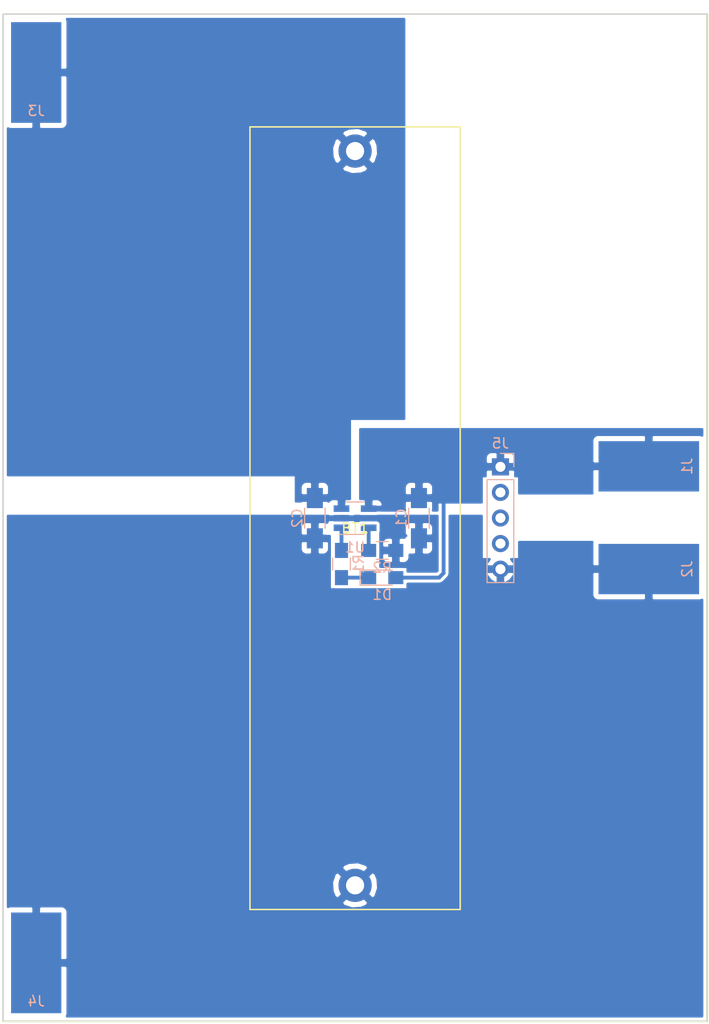
<source format=kicad_pcb>
(kicad_pcb (version 4) (host pcbnew 4.0.7)

  (general
    (links 17)
    (no_connects 0)
    (area 120.3 55.175 190.800001 157.000001)
    (thickness 1.6)
    (drawings 6)
    (tracks 9)
    (zones 0)
    (modules 12)
    (nets 10)
  )

  (page A4)
  (layers
    (0 F.Cu signal)
    (31 B.Cu signal)
    (32 B.Adhes user)
    (33 F.Adhes user)
    (34 B.Paste user)
    (35 F.Paste user)
    (36 B.SilkS user)
    (37 F.SilkS user)
    (38 B.Mask user)
    (39 F.Mask user)
    (40 Dwgs.User user)
    (41 Cmts.User user)
    (42 Eco1.User user)
    (43 Eco2.User user)
    (44 Edge.Cuts user)
    (45 Margin user)
    (46 B.CrtYd user)
    (47 F.CrtYd user)
    (48 B.Fab user)
    (49 F.Fab user)
  )

  (setup
    (last_trace_width 0.381)
    (user_trace_width 0.381)
    (trace_clearance 0.2)
    (zone_clearance 0.3)
    (zone_45_only yes)
    (trace_min 0.2)
    (segment_width 0.2)
    (edge_width 0.15)
    (via_size 0.6)
    (via_drill 0.4)
    (via_min_size 0.4)
    (via_min_drill 0.3)
    (user_via 1.8 0.9)
    (uvia_size 0.3)
    (uvia_drill 0.1)
    (uvias_allowed no)
    (uvia_min_size 0.2)
    (uvia_min_drill 0.1)
    (pcb_text_width 0.3)
    (pcb_text_size 1.5 1.5)
    (mod_edge_width 0.15)
    (mod_text_size 1 1)
    (mod_text_width 0.15)
    (pad_size 1.524 1.524)
    (pad_drill 0.762)
    (pad_to_mask_clearance 0.2)
    (aux_axis_origin 0 0)
    (visible_elements FFFFFF7F)
    (pcbplotparams
      (layerselection 0x00030_80000001)
      (usegerberextensions false)
      (excludeedgelayer true)
      (linewidth 0.100000)
      (plotframeref false)
      (viasonmask false)
      (mode 1)
      (useauxorigin false)
      (hpglpennumber 1)
      (hpglpenspeed 20)
      (hpglpendiameter 15)
      (hpglpenoverlay 2)
      (psnegative false)
      (psa4output false)
      (plotreference true)
      (plotvalue true)
      (plotinvisibletext false)
      (padsonsilk false)
      (subtractmaskfromsilk false)
      (outputformat 1)
      (mirror false)
      (drillshape 1)
      (scaleselection 1)
      (outputdirectory images/))
  )

  (net 0 "")
  (net 1 "Net-(BT1-Pad1)")
  (net 2 GND)
  (net 3 "Net-(C1-Pad1)")
  (net 4 "Net-(D1-Pad1)")
  (net 5 "Net-(J5-Pad2)")
  (net 6 "Net-(J5-Pad3)")
  (net 7 "Net-(J5-Pad4)")
  (net 8 "Net-(R1-Pad2)")
  (net 9 "Net-(R2-Pad1)")

  (net_class Default "This is the default net class."
    (clearance 0.2)
    (trace_width 0.25)
    (via_dia 0.6)
    (via_drill 0.4)
    (uvia_dia 0.3)
    (uvia_drill 0.1)
    (add_net GND)
    (add_net "Net-(BT1-Pad1)")
    (add_net "Net-(C1-Pad1)")
    (add_net "Net-(D1-Pad1)")
    (add_net "Net-(J5-Pad2)")
    (add_net "Net-(J5-Pad3)")
    (add_net "Net-(J5-Pad4)")
    (add_net "Net-(R1-Pad2)")
    (add_net "Net-(R2-Pad1)")
  )

  (module lib_fp:18650_battery_holder_PCB_Pins (layer F.Cu) (tedit 5A6DD323) (tstamp 5A6DD3E7)
    (at 155.6 106.75)
    (path /5A6DD357)
    (fp_text reference BT1 (at 0 1) (layer F.SilkS)
      (effects (font (size 1 1) (thickness 0.15)))
    )
    (fp_text value 18650 (at 0 -1) (layer F.Fab)
      (effects (font (size 1 1) (thickness 0.15)))
    )
    (fp_line (start -10.45 -38.85) (end -10.45 38.85) (layer F.SilkS) (width 0.15))
    (fp_line (start 10.45 38.85) (end 10.45 -38.85) (layer F.SilkS) (width 0.15))
    (fp_line (start -10.45 38.85) (end 10.45 38.85) (layer F.SilkS) (width 0.15))
    (fp_line (start -10.45 -38.85) (end 10.45 -38.85) (layer F.SilkS) (width 0.15))
    (pad 1 thru_hole circle (at 0 -36.45) (size 3.3 3.3) (drill 1.8) (layers *.Cu *.Mask)
      (net 1 "Net-(BT1-Pad1)"))
    (pad 2 thru_hole circle (at 0 36.45) (size 3.3 3.3) (drill 1.8) (layers *.Cu *.Mask)
      (net 2 GND))
  )

  (module Capacitors_SMD:C_1206_HandSoldering (layer B.Cu) (tedit 58AA84D1) (tstamp 5A6DD3ED)
    (at 161.95 106.75 270)
    (descr "Capacitor SMD 1206, hand soldering")
    (tags "capacitor 1206")
    (path /5A67D6E5)
    (attr smd)
    (fp_text reference C1 (at 0 1.75 270) (layer B.SilkS)
      (effects (font (size 1 1) (thickness 0.15)) (justify mirror))
    )
    (fp_text value 4.7uF (at 0 -2 270) (layer B.Fab)
      (effects (font (size 1 1) (thickness 0.15)) (justify mirror))
    )
    (fp_text user %R (at 0 1.75 270) (layer B.Fab)
      (effects (font (size 1 1) (thickness 0.15)) (justify mirror))
    )
    (fp_line (start -1.6 -0.8) (end -1.6 0.8) (layer B.Fab) (width 0.1))
    (fp_line (start 1.6 -0.8) (end -1.6 -0.8) (layer B.Fab) (width 0.1))
    (fp_line (start 1.6 0.8) (end 1.6 -0.8) (layer B.Fab) (width 0.1))
    (fp_line (start -1.6 0.8) (end 1.6 0.8) (layer B.Fab) (width 0.1))
    (fp_line (start 1 1.02) (end -1 1.02) (layer B.SilkS) (width 0.12))
    (fp_line (start -1 -1.02) (end 1 -1.02) (layer B.SilkS) (width 0.12))
    (fp_line (start -3.25 1.05) (end 3.25 1.05) (layer B.CrtYd) (width 0.05))
    (fp_line (start -3.25 1.05) (end -3.25 -1.05) (layer B.CrtYd) (width 0.05))
    (fp_line (start 3.25 -1.05) (end 3.25 1.05) (layer B.CrtYd) (width 0.05))
    (fp_line (start 3.25 -1.05) (end -3.25 -1.05) (layer B.CrtYd) (width 0.05))
    (pad 1 smd rect (at -2 0 270) (size 2 1.6) (layers B.Cu B.Paste B.Mask)
      (net 3 "Net-(C1-Pad1)"))
    (pad 2 smd rect (at 2 0 270) (size 2 1.6) (layers B.Cu B.Paste B.Mask)
      (net 2 GND))
    (model Capacitors_SMD.3dshapes/C_1206.wrl
      (at (xyz 0 0 0))
      (scale (xyz 1 1 1))
      (rotate (xyz 0 0 0))
    )
  )

  (module Capacitors_SMD:C_1206_HandSoldering (layer B.Cu) (tedit 58AA84D1) (tstamp 5A6DD3F3)
    (at 151.6 106.75 270)
    (descr "Capacitor SMD 1206, hand soldering")
    (tags "capacitor 1206")
    (path /5A67D6A4)
    (attr smd)
    (fp_text reference C2 (at 0 1.75 270) (layer B.SilkS)
      (effects (font (size 1 1) (thickness 0.15)) (justify mirror))
    )
    (fp_text value 4.7uF (at 0 -2 270) (layer B.Fab)
      (effects (font (size 1 1) (thickness 0.15)) (justify mirror))
    )
    (fp_text user %R (at 0 1.75 270) (layer B.Fab)
      (effects (font (size 1 1) (thickness 0.15)) (justify mirror))
    )
    (fp_line (start -1.6 -0.8) (end -1.6 0.8) (layer B.Fab) (width 0.1))
    (fp_line (start 1.6 -0.8) (end -1.6 -0.8) (layer B.Fab) (width 0.1))
    (fp_line (start 1.6 0.8) (end 1.6 -0.8) (layer B.Fab) (width 0.1))
    (fp_line (start -1.6 0.8) (end 1.6 0.8) (layer B.Fab) (width 0.1))
    (fp_line (start 1 1.02) (end -1 1.02) (layer B.SilkS) (width 0.12))
    (fp_line (start -1 -1.02) (end 1 -1.02) (layer B.SilkS) (width 0.12))
    (fp_line (start -3.25 1.05) (end 3.25 1.05) (layer B.CrtYd) (width 0.05))
    (fp_line (start -3.25 1.05) (end -3.25 -1.05) (layer B.CrtYd) (width 0.05))
    (fp_line (start 3.25 -1.05) (end 3.25 1.05) (layer B.CrtYd) (width 0.05))
    (fp_line (start 3.25 -1.05) (end -3.25 -1.05) (layer B.CrtYd) (width 0.05))
    (pad 1 smd rect (at -2 0 270) (size 2 1.6) (layers B.Cu B.Paste B.Mask)
      (net 1 "Net-(BT1-Pad1)"))
    (pad 2 smd rect (at 2 0 270) (size 2 1.6) (layers B.Cu B.Paste B.Mask)
      (net 2 GND))
    (model Capacitors_SMD.3dshapes/C_1206.wrl
      (at (xyz 0 0 0))
      (scale (xyz 1 1 1))
      (rotate (xyz 0 0 0))
    )
  )

  (module LEDs:LED_0805_HandSoldering (layer B.Cu) (tedit 595FCA25) (tstamp 5A6DD3F9)
    (at 158.3 112.65)
    (descr "Resistor SMD 0805, hand soldering")
    (tags "resistor 0805")
    (path /5A67D60D)
    (attr smd)
    (fp_text reference D1 (at 0 1.7) (layer B.SilkS)
      (effects (font (size 1 1) (thickness 0.15)) (justify mirror))
    )
    (fp_text value LED (at 0 -1.75) (layer B.Fab)
      (effects (font (size 1 1) (thickness 0.15)) (justify mirror))
    )
    (fp_line (start -0.4 0.4) (end -0.4 -0.4) (layer B.Fab) (width 0.1))
    (fp_line (start -0.4 0) (end 0.2 0.4) (layer B.Fab) (width 0.1))
    (fp_line (start 0.2 -0.4) (end -0.4 0) (layer B.Fab) (width 0.1))
    (fp_line (start 0.2 0.4) (end 0.2 -0.4) (layer B.Fab) (width 0.1))
    (fp_line (start -1 -0.62) (end -1 0.62) (layer B.Fab) (width 0.1))
    (fp_line (start 1 -0.62) (end -1 -0.62) (layer B.Fab) (width 0.1))
    (fp_line (start 1 0.62) (end 1 -0.62) (layer B.Fab) (width 0.1))
    (fp_line (start -1 0.62) (end 1 0.62) (layer B.Fab) (width 0.1))
    (fp_line (start 1 -0.75) (end -2.2 -0.75) (layer B.SilkS) (width 0.12))
    (fp_line (start -2.2 0.75) (end 1 0.75) (layer B.SilkS) (width 0.12))
    (fp_line (start -2.35 0.9) (end 2.35 0.9) (layer B.CrtYd) (width 0.05))
    (fp_line (start -2.35 0.9) (end -2.35 -0.9) (layer B.CrtYd) (width 0.05))
    (fp_line (start 2.35 -0.9) (end 2.35 0.9) (layer B.CrtYd) (width 0.05))
    (fp_line (start 2.35 -0.9) (end -2.35 -0.9) (layer B.CrtYd) (width 0.05))
    (fp_line (start -2.2 0.75) (end -2.2 -0.75) (layer B.SilkS) (width 0.12))
    (pad 1 smd rect (at -1.35 0) (size 1.5 1.3) (layers B.Cu B.Paste B.Mask)
      (net 4 "Net-(D1-Pad1)"))
    (pad 2 smd rect (at 1.35 0) (size 1.5 1.3) (layers B.Cu B.Paste B.Mask)
      (net 3 "Net-(C1-Pad1)"))
    (model ${KISYS3DMOD}/LEDs.3dshapes/LED_0805.wrl
      (at (xyz 0 0 0))
      (scale (xyz 1 1 1))
      (rotate (xyz 0 0 0))
    )
  )

  (module Wire_Pads:SolderWirePad_single_SMD_5x10mm (layer B.Cu) (tedit 5640A485) (tstamp 5A6DD3FE)
    (at 184.8 101.6 90)
    (descr "Wire Pad, Square, SMD Pad,  5mm x 10mm,")
    (tags "MesurementPoint Square SMDPad 5mmx10mm ")
    (path /5A67DA9B)
    (attr smd)
    (fp_text reference J1 (at 0 3.81 90) (layer B.SilkS)
      (effects (font (size 1 1) (thickness 0.15)) (justify mirror))
    )
    (fp_text value Vin (at 0 -6.35 90) (layer B.Fab)
      (effects (font (size 1 1) (thickness 0.15)) (justify mirror))
    )
    (fp_line (start 2.75 5.25) (end -2.75 5.25) (layer B.CrtYd) (width 0.05))
    (fp_line (start 2.75 -5.25) (end 2.75 5.25) (layer B.CrtYd) (width 0.05))
    (fp_line (start -2.75 -5.25) (end 2.75 -5.25) (layer B.CrtYd) (width 0.05))
    (fp_line (start -2.75 5.25) (end -2.75 -5.25) (layer B.CrtYd) (width 0.05))
    (pad 1 smd rect (at 0 0 90) (size 5 10) (layers B.Cu B.Paste B.Mask)
      (net 3 "Net-(C1-Pad1)"))
  )

  (module Wire_Pads:SolderWirePad_single_SMD_5x10mm (layer B.Cu) (tedit 5640A485) (tstamp 5A6DD403)
    (at 184.8 111.8 90)
    (descr "Wire Pad, Square, SMD Pad,  5mm x 10mm,")
    (tags "MesurementPoint Square SMDPad 5mmx10mm ")
    (path /5A67DAF5)
    (attr smd)
    (fp_text reference J2 (at 0 3.81 90) (layer B.SilkS)
      (effects (font (size 1 1) (thickness 0.15)) (justify mirror))
    )
    (fp_text value GND (at 0 -6.35 90) (layer B.Fab)
      (effects (font (size 1 1) (thickness 0.15)) (justify mirror))
    )
    (fp_line (start 2.75 5.25) (end -2.75 5.25) (layer B.CrtYd) (width 0.05))
    (fp_line (start 2.75 -5.25) (end 2.75 5.25) (layer B.CrtYd) (width 0.05))
    (fp_line (start -2.75 -5.25) (end 2.75 -5.25) (layer B.CrtYd) (width 0.05))
    (fp_line (start -2.75 5.25) (end -2.75 -5.25) (layer B.CrtYd) (width 0.05))
    (pad 1 smd rect (at 0 0 90) (size 5 10) (layers B.Cu B.Paste B.Mask)
      (net 2 GND))
  )

  (module Wire_Pads:SolderWirePad_single_SMD_5x10mm (layer B.Cu) (tedit 5640A485) (tstamp 5A6DD408)
    (at 123.9 62.5)
    (descr "Wire Pad, Square, SMD Pad,  5mm x 10mm,")
    (tags "MesurementPoint Square SMDPad 5mmx10mm ")
    (path /5A67DB38)
    (attr smd)
    (fp_text reference J3 (at 0 3.81) (layer B.SilkS)
      (effects (font (size 1 1) (thickness 0.15)) (justify mirror))
    )
    (fp_text value +Vbat (at 0 -6.35) (layer B.Fab)
      (effects (font (size 1 1) (thickness 0.15)) (justify mirror))
    )
    (fp_line (start 2.75 5.25) (end -2.75 5.25) (layer B.CrtYd) (width 0.05))
    (fp_line (start 2.75 -5.25) (end 2.75 5.25) (layer B.CrtYd) (width 0.05))
    (fp_line (start -2.75 -5.25) (end 2.75 -5.25) (layer B.CrtYd) (width 0.05))
    (fp_line (start -2.75 5.25) (end -2.75 -5.25) (layer B.CrtYd) (width 0.05))
    (pad 1 smd rect (at 0 0) (size 5 10) (layers B.Cu B.Paste B.Mask)
      (net 1 "Net-(BT1-Pad1)"))
  )

  (module Wire_Pads:SolderWirePad_single_SMD_5x10mm (layer B.Cu) (tedit 5640A485) (tstamp 5A6DD40D)
    (at 123.9 150.9)
    (descr "Wire Pad, Square, SMD Pad,  5mm x 10mm,")
    (tags "MesurementPoint Square SMDPad 5mmx10mm ")
    (path /5A67DC06)
    (attr smd)
    (fp_text reference J4 (at 0 3.81) (layer B.SilkS)
      (effects (font (size 1 1) (thickness 0.15)) (justify mirror))
    )
    (fp_text value -Vbat (at 0 -6.35) (layer B.Fab)
      (effects (font (size 1 1) (thickness 0.15)) (justify mirror))
    )
    (fp_line (start 2.75 5.25) (end -2.75 5.25) (layer B.CrtYd) (width 0.05))
    (fp_line (start 2.75 -5.25) (end 2.75 5.25) (layer B.CrtYd) (width 0.05))
    (fp_line (start -2.75 -5.25) (end 2.75 -5.25) (layer B.CrtYd) (width 0.05))
    (fp_line (start -2.75 5.25) (end -2.75 -5.25) (layer B.CrtYd) (width 0.05))
    (pad 1 smd rect (at 0 0) (size 5 10) (layers B.Cu B.Paste B.Mask)
      (net 2 GND))
  )

  (module Pin_Headers:Pin_Header_Straight_1x05_Pitch2.54mm (layer B.Cu) (tedit 59650532) (tstamp 5A6DD416)
    (at 170.05 101.65 180)
    (descr "Through hole straight pin header, 1x05, 2.54mm pitch, single row")
    (tags "Through hole pin header THT 1x05 2.54mm single row")
    (path /5A6DCF19)
    (fp_text reference J5 (at 0 2.33 180) (layer B.SilkS)
      (effects (font (size 1 1) (thickness 0.15)) (justify mirror))
    )
    (fp_text value "uUSB Breakout" (at 0 -12.49 180) (layer B.Fab)
      (effects (font (size 1 1) (thickness 0.15)) (justify mirror))
    )
    (fp_line (start -0.635 1.27) (end 1.27 1.27) (layer B.Fab) (width 0.1))
    (fp_line (start 1.27 1.27) (end 1.27 -11.43) (layer B.Fab) (width 0.1))
    (fp_line (start 1.27 -11.43) (end -1.27 -11.43) (layer B.Fab) (width 0.1))
    (fp_line (start -1.27 -11.43) (end -1.27 0.635) (layer B.Fab) (width 0.1))
    (fp_line (start -1.27 0.635) (end -0.635 1.27) (layer B.Fab) (width 0.1))
    (fp_line (start -1.33 -11.49) (end 1.33 -11.49) (layer B.SilkS) (width 0.12))
    (fp_line (start -1.33 -1.27) (end -1.33 -11.49) (layer B.SilkS) (width 0.12))
    (fp_line (start 1.33 -1.27) (end 1.33 -11.49) (layer B.SilkS) (width 0.12))
    (fp_line (start -1.33 -1.27) (end 1.33 -1.27) (layer B.SilkS) (width 0.12))
    (fp_line (start -1.33 0) (end -1.33 1.33) (layer B.SilkS) (width 0.12))
    (fp_line (start -1.33 1.33) (end 0 1.33) (layer B.SilkS) (width 0.12))
    (fp_line (start -1.8 1.8) (end -1.8 -11.95) (layer B.CrtYd) (width 0.05))
    (fp_line (start -1.8 -11.95) (end 1.8 -11.95) (layer B.CrtYd) (width 0.05))
    (fp_line (start 1.8 -11.95) (end 1.8 1.8) (layer B.CrtYd) (width 0.05))
    (fp_line (start 1.8 1.8) (end -1.8 1.8) (layer B.CrtYd) (width 0.05))
    (fp_text user %R (at 0 -5.08 450) (layer B.Fab)
      (effects (font (size 1 1) (thickness 0.15)) (justify mirror))
    )
    (pad 1 thru_hole rect (at 0 0 180) (size 1.7 1.7) (drill 1) (layers *.Cu *.Mask)
      (net 3 "Net-(C1-Pad1)"))
    (pad 2 thru_hole oval (at 0 -2.54 180) (size 1.7 1.7) (drill 1) (layers *.Cu *.Mask)
      (net 5 "Net-(J5-Pad2)"))
    (pad 3 thru_hole oval (at 0 -5.08 180) (size 1.7 1.7) (drill 1) (layers *.Cu *.Mask)
      (net 6 "Net-(J5-Pad3)"))
    (pad 4 thru_hole oval (at 0 -7.62 180) (size 1.7 1.7) (drill 1) (layers *.Cu *.Mask)
      (net 7 "Net-(J5-Pad4)"))
    (pad 5 thru_hole oval (at 0 -10.16 180) (size 1.7 1.7) (drill 1) (layers *.Cu *.Mask)
      (net 2 GND))
    (model ${KISYS3DMOD}/Pin_Headers.3dshapes/Pin_Header_Straight_1x05_Pitch2.54mm.wrl
      (at (xyz 0 0 0))
      (scale (xyz 1 1 1))
      (rotate (xyz 0 0 0))
    )
  )

  (module Resistors_SMD:R_0805_HandSoldering (layer B.Cu) (tedit 58E0A804) (tstamp 5A6DD41C)
    (at 154.25 111.3 90)
    (descr "Resistor SMD 0805, hand soldering")
    (tags "resistor 0805")
    (path /5A67D63C)
    (attr smd)
    (fp_text reference R1 (at 0 1.7 90) (layer B.SilkS)
      (effects (font (size 1 1) (thickness 0.15)) (justify mirror))
    )
    (fp_text value 470 (at 0 -1.75 90) (layer B.Fab)
      (effects (font (size 1 1) (thickness 0.15)) (justify mirror))
    )
    (fp_text user %R (at 0 0 90) (layer B.Fab)
      (effects (font (size 0.5 0.5) (thickness 0.075)) (justify mirror))
    )
    (fp_line (start -1 -0.62) (end -1 0.62) (layer B.Fab) (width 0.1))
    (fp_line (start 1 -0.62) (end -1 -0.62) (layer B.Fab) (width 0.1))
    (fp_line (start 1 0.62) (end 1 -0.62) (layer B.Fab) (width 0.1))
    (fp_line (start -1 0.62) (end 1 0.62) (layer B.Fab) (width 0.1))
    (fp_line (start 0.6 -0.88) (end -0.6 -0.88) (layer B.SilkS) (width 0.12))
    (fp_line (start -0.6 0.88) (end 0.6 0.88) (layer B.SilkS) (width 0.12))
    (fp_line (start -2.35 0.9) (end 2.35 0.9) (layer B.CrtYd) (width 0.05))
    (fp_line (start -2.35 0.9) (end -2.35 -0.9) (layer B.CrtYd) (width 0.05))
    (fp_line (start 2.35 -0.9) (end 2.35 0.9) (layer B.CrtYd) (width 0.05))
    (fp_line (start 2.35 -0.9) (end -2.35 -0.9) (layer B.CrtYd) (width 0.05))
    (pad 1 smd rect (at -1.35 0 90) (size 1.5 1.3) (layers B.Cu B.Paste B.Mask)
      (net 4 "Net-(D1-Pad1)"))
    (pad 2 smd rect (at 1.35 0 90) (size 1.5 1.3) (layers B.Cu B.Paste B.Mask)
      (net 8 "Net-(R1-Pad2)"))
    (model ${KISYS3DMOD}/Resistors_SMD.3dshapes/R_0805.wrl
      (at (xyz 0 0 0))
      (scale (xyz 1 1 1))
      (rotate (xyz 0 0 0))
    )
  )

  (module Resistors_SMD:R_0805_HandSoldering (layer B.Cu) (tedit 58E0A804) (tstamp 5A6DD422)
    (at 158.3 109.95)
    (descr "Resistor SMD 0805, hand soldering")
    (tags "resistor 0805")
    (path /5A67D65B)
    (attr smd)
    (fp_text reference R2 (at 0 1.7) (layer B.SilkS)
      (effects (font (size 1 1) (thickness 0.15)) (justify mirror))
    )
    (fp_text value 2K (at 0 -1.75) (layer B.Fab)
      (effects (font (size 1 1) (thickness 0.15)) (justify mirror))
    )
    (fp_text user %R (at 0 0) (layer B.Fab)
      (effects (font (size 0.5 0.5) (thickness 0.075)) (justify mirror))
    )
    (fp_line (start -1 -0.62) (end -1 0.62) (layer B.Fab) (width 0.1))
    (fp_line (start 1 -0.62) (end -1 -0.62) (layer B.Fab) (width 0.1))
    (fp_line (start 1 0.62) (end 1 -0.62) (layer B.Fab) (width 0.1))
    (fp_line (start -1 0.62) (end 1 0.62) (layer B.Fab) (width 0.1))
    (fp_line (start 0.6 -0.88) (end -0.6 -0.88) (layer B.SilkS) (width 0.12))
    (fp_line (start -0.6 0.88) (end 0.6 0.88) (layer B.SilkS) (width 0.12))
    (fp_line (start -2.35 0.9) (end 2.35 0.9) (layer B.CrtYd) (width 0.05))
    (fp_line (start -2.35 0.9) (end -2.35 -0.9) (layer B.CrtYd) (width 0.05))
    (fp_line (start 2.35 -0.9) (end 2.35 0.9) (layer B.CrtYd) (width 0.05))
    (fp_line (start 2.35 -0.9) (end -2.35 -0.9) (layer B.CrtYd) (width 0.05))
    (pad 1 smd rect (at -1.35 0) (size 1.5 1.3) (layers B.Cu B.Paste B.Mask)
      (net 9 "Net-(R2-Pad1)"))
    (pad 2 smd rect (at 1.35 0) (size 1.5 1.3) (layers B.Cu B.Paste B.Mask)
      (net 2 GND))
    (model ${KISYS3DMOD}/Resistors_SMD.3dshapes/R_0805.wrl
      (at (xyz 0 0 0))
      (scale (xyz 1 1 1))
      (rotate (xyz 0 0 0))
    )
  )

  (module TO_SOT_Packages_SMD:SOT-23-5_HandSoldering (layer B.Cu) (tedit 58CE4E7E) (tstamp 5A6DD42B)
    (at 155.6 106.75)
    (descr "5-pin SOT23 package")
    (tags "SOT-23-5 hand-soldering")
    (path /5A67D563)
    (attr smd)
    (fp_text reference U1 (at 0 2.9) (layer B.SilkS)
      (effects (font (size 1 1) (thickness 0.15)) (justify mirror))
    )
    (fp_text value MCP73831 (at 0 -2.9) (layer B.Fab)
      (effects (font (size 1 1) (thickness 0.15)) (justify mirror))
    )
    (fp_text user %R (at 0 0 270) (layer B.Fab)
      (effects (font (size 0.5 0.5) (thickness 0.075)) (justify mirror))
    )
    (fp_line (start -0.9 -1.61) (end 0.9 -1.61) (layer B.SilkS) (width 0.12))
    (fp_line (start 0.9 1.61) (end -1.55 1.61) (layer B.SilkS) (width 0.12))
    (fp_line (start -0.9 0.9) (end -0.25 1.55) (layer B.Fab) (width 0.1))
    (fp_line (start 0.9 1.55) (end -0.25 1.55) (layer B.Fab) (width 0.1))
    (fp_line (start -0.9 0.9) (end -0.9 -1.55) (layer B.Fab) (width 0.1))
    (fp_line (start 0.9 -1.55) (end -0.9 -1.55) (layer B.Fab) (width 0.1))
    (fp_line (start 0.9 1.55) (end 0.9 -1.55) (layer B.Fab) (width 0.1))
    (fp_line (start -2.38 1.8) (end 2.38 1.8) (layer B.CrtYd) (width 0.05))
    (fp_line (start -2.38 1.8) (end -2.38 -1.8) (layer B.CrtYd) (width 0.05))
    (fp_line (start 2.38 -1.8) (end 2.38 1.8) (layer B.CrtYd) (width 0.05))
    (fp_line (start 2.38 -1.8) (end -2.38 -1.8) (layer B.CrtYd) (width 0.05))
    (pad 1 smd rect (at -1.35 0.95) (size 1.56 0.65) (layers B.Cu B.Paste B.Mask)
      (net 8 "Net-(R1-Pad2)"))
    (pad 2 smd rect (at -1.35 0) (size 1.56 0.65) (layers B.Cu B.Paste B.Mask)
      (net 2 GND))
    (pad 3 smd rect (at -1.35 -0.95) (size 1.56 0.65) (layers B.Cu B.Paste B.Mask)
      (net 1 "Net-(BT1-Pad1)"))
    (pad 4 smd rect (at 1.35 -0.95) (size 1.56 0.65) (layers B.Cu B.Paste B.Mask)
      (net 3 "Net-(C1-Pad1)"))
    (pad 5 smd rect (at 1.35 0.95) (size 1.56 0.65) (layers B.Cu B.Paste B.Mask)
      (net 9 "Net-(R2-Pad1)"))
    (model ${KISYS3DMOD}/TO_SOT_Packages_SMD.3dshapes\SOT-23-5.wrl
      (at (xyz 0 0 0))
      (scale (xyz 1 1 1))
      (rotate (xyz 0 0 0))
    )
  )

  (gr_line (start 190.6 156.7) (end 120.6 156.7) (angle 90) (layer F.SilkS) (width 0.2))
  (gr_line (start 190.6 56.7) (end 190.6 156.7) (angle 90) (layer F.SilkS) (width 0.2))
  (gr_line (start 120.6 156.7) (end 120.6 56.7) (angle 90) (layer Edge.Cuts) (width 0.15))
  (gr_line (start 190.6 156.7) (end 120.6 156.7) (angle 90) (layer Edge.Cuts) (width 0.15))
  (gr_line (start 190.6 56.7) (end 190.6 156.7) (angle 90) (layer Edge.Cuts) (width 0.15))
  (gr_line (start 120.6 56.7) (end 190.6 56.7) (angle 90) (layer Edge.Cuts) (width 0.15))

  (segment (start 170.06 111.8) (end 170.05 111.81) (width 0.381) (layer B.Cu) (net 2) (tstamp 5A6DE938))
  (segment (start 159.65 112.65) (end 163.95 112.65) (width 0.381) (layer B.Cu) (net 3))
  (segment (start 163.95 112.65) (end 164.4 112.2) (width 0.381) (layer B.Cu) (net 3) (tstamp 5A6DD6AE))
  (segment (start 164.4 112.2) (end 164.4 105.05) (width 0.381) (layer B.Cu) (net 3) (tstamp 5A6DD6B9))
  (segment (start 164.4 105.05) (end 164.1 104.75) (width 0.381) (layer B.Cu) (net 3) (tstamp 5A6DD6C3))
  (segment (start 164.1 104.75) (end 161.95 104.75) (width 0.381) (layer B.Cu) (net 3) (tstamp 5A6DD6D5))
  (segment (start 154.25 112.65) (end 156.95 112.65) (width 0.381) (layer B.Cu) (net 4))
  (segment (start 154.25 107.7) (end 154.25 109.95) (width 0.381) (layer B.Cu) (net 8))
  (segment (start 156.95 107.7) (end 156.95 109.95) (width 0.381) (layer B.Cu) (net 9))

  (zone (net 1) (net_name "Net-(BT1-Pad1)") (layer B.Cu) (tstamp 5A6DD54B) (hatch edge 0.508)
    (connect_pads (clearance 0.3))
    (min_thickness 0.254)
    (fill yes (arc_segments 16) (thermal_gap 0.508) (thermal_bridge_width 0.762))
    (polygon
      (pts
        (xy 160.6 97) (xy 155.2 97) (xy 155.2 106.1) (xy 149.6 106.1) (xy 149.6 102.6)
        (xy 120.4 102.6) (xy 120.4 56.5) (xy 160.6 56.5)
      )
    )
    (filled_polygon
      (pts
        (xy 160.473 96.873) (xy 155.2 96.873) (xy 155.15059 96.883006) (xy 155.108965 96.911447) (xy 155.081685 96.953841)
        (xy 155.073 97) (xy 155.073 104.84) (xy 154.66275 104.84) (xy 154.504 104.99875) (xy 154.504 105.6375)
        (xy 154.524 105.6375) (xy 154.524 105.9625) (xy 154.504 105.9625) (xy 154.504 105.973) (xy 153.996 105.973)
        (xy 153.996 105.9625) (xy 153.976 105.9625) (xy 153.976 105.6375) (xy 153.996 105.6375) (xy 153.996 104.99875)
        (xy 153.83725 104.84) (xy 153.343691 104.84) (xy 153.110302 104.936673) (xy 152.959612 105.087362) (xy 152.87625 105.004)
        (xy 151.854 105.004) (xy 151.854 105.024) (xy 151.346 105.024) (xy 151.346 105.004) (xy 150.32375 105.004)
        (xy 150.25475 105.073) (xy 149.727 105.073) (xy 149.727 103.623691) (xy 150.165 103.623691) (xy 150.165 104.33725)
        (xy 150.32375 104.496) (xy 151.346 104.496) (xy 151.346 103.27375) (xy 151.854 103.27375) (xy 151.854 104.496)
        (xy 152.87625 104.496) (xy 153.035 104.33725) (xy 153.035 103.623691) (xy 152.938327 103.390302) (xy 152.759699 103.211673)
        (xy 152.52631 103.115) (xy 152.01275 103.115) (xy 151.854 103.27375) (xy 151.346 103.27375) (xy 151.18725 103.115)
        (xy 150.67369 103.115) (xy 150.440301 103.211673) (xy 150.261673 103.390302) (xy 150.165 103.623691) (xy 149.727 103.623691)
        (xy 149.727 102.6) (xy 149.716994 102.55059) (xy 149.688553 102.508965) (xy 149.646159 102.481685) (xy 149.6 102.473)
        (xy 121.102 102.473) (xy 121.102 72.004202) (xy 154.255008 72.004202) (xy 154.444251 72.322883) (xy 155.306351 72.611186)
        (xy 156.213156 72.547632) (xy 156.755749 72.322883) (xy 156.944992 72.004202) (xy 155.6 70.65921) (xy 154.255008 72.004202)
        (xy 121.102 72.004202) (xy 121.102 70.006351) (xy 153.288814 70.006351) (xy 153.352368 70.913156) (xy 153.577117 71.455749)
        (xy 153.895798 71.644992) (xy 155.24079 70.3) (xy 155.95921 70.3) (xy 157.304202 71.644992) (xy 157.622883 71.455749)
        (xy 157.911186 70.593649) (xy 157.847632 69.686844) (xy 157.622883 69.144251) (xy 157.304202 68.955008) (xy 155.95921 70.3)
        (xy 155.24079 70.3) (xy 153.895798 68.955008) (xy 153.577117 69.144251) (xy 153.288814 70.006351) (xy 121.102 70.006351)
        (xy 121.102 68.595798) (xy 154.255008 68.595798) (xy 155.6 69.94079) (xy 156.944992 68.595798) (xy 156.755749 68.277117)
        (xy 155.893649 67.988814) (xy 154.986844 68.052368) (xy 154.444251 68.277117) (xy 154.255008 68.595798) (xy 121.102 68.595798)
        (xy 121.102 68.063883) (xy 121.273691 68.135) (xy 123.48725 68.135) (xy 123.646 67.97625) (xy 123.646 62.754)
        (xy 124.154 62.754) (xy 124.154 67.97625) (xy 124.31275 68.135) (xy 126.526309 68.135) (xy 126.759698 68.038327)
        (xy 126.938327 67.859699) (xy 127.035 67.62631) (xy 127.035 62.91275) (xy 126.87625 62.754) (xy 124.154 62.754)
        (xy 123.646 62.754) (xy 123.626 62.754) (xy 123.626 62.246) (xy 123.646 62.246) (xy 123.646 62.226)
        (xy 124.154 62.226) (xy 124.154 62.246) (xy 126.87625 62.246) (xy 127.035 62.08725) (xy 127.035 57.37369)
        (xy 126.963884 57.202) (xy 160.473 57.202)
      )
    )
  )
  (zone (net 3) (net_name "Net-(C1-Pad1)") (layer B.Cu) (tstamp 5A6DD5F1) (hatch edge 0.508)
    (connect_pads (clearance 0.3))
    (min_thickness 0.254)
    (fill yes (arc_segments 16) (thermal_gap 0.508) (thermal_bridge_width 0.762))
    (polygon
      (pts
        (xy 190.8 105.3) (xy 163.9 105.3) (xy 163.9 106.1) (xy 156 106.1) (xy 156 97.8)
        (xy 190.8 97.8)
      )
    )
    (filled_polygon
      (pts
        (xy 190.098 98.536116) (xy 189.92631 98.465) (xy 185.21275 98.465) (xy 185.054 98.62375) (xy 185.054 101.346)
        (xy 185.074 101.346) (xy 185.074 101.854) (xy 185.054 101.854) (xy 185.054 101.874) (xy 184.546 101.874)
        (xy 184.546 101.854) (xy 179.32375 101.854) (xy 179.165 102.01275) (xy 179.165 104.226309) (xy 179.18434 104.273)
        (xy 171.927 104.273) (xy 171.927 102.7) (xy 171.918315 102.653841) (xy 171.891035 102.611447) (xy 171.84941 102.583006)
        (xy 171.8 102.573) (xy 171.535 102.573) (xy 171.535 102.06275) (xy 171.37625 101.904) (xy 170.304 101.904)
        (xy 170.304 101.924) (xy 169.796 101.924) (xy 169.796 101.904) (xy 168.72375 101.904) (xy 168.565 102.06275)
        (xy 168.565 102.573) (xy 168.3 102.573) (xy 168.253841 102.581685) (xy 168.211447 102.608965) (xy 168.183006 102.65059)
        (xy 168.173 102.7) (xy 168.173 105.173) (xy 163.9 105.173) (xy 163.85059 105.183006) (xy 163.808965 105.211447)
        (xy 163.781685 105.253841) (xy 163.773 105.3) (xy 163.773 105.973) (xy 163.344949 105.973) (xy 163.385 105.876309)
        (xy 163.385 105.16275) (xy 163.22625 105.004) (xy 162.204 105.004) (xy 162.204 105.024) (xy 161.696 105.024)
        (xy 161.696 105.004) (xy 160.67375 105.004) (xy 160.515 105.16275) (xy 160.515 105.876309) (xy 160.555051 105.973)
        (xy 158.21675 105.973) (xy 158.20625 105.9625) (xy 157.204 105.9625) (xy 157.204 105.973) (xy 156.696 105.973)
        (xy 156.696 105.9625) (xy 156.676 105.9625) (xy 156.676 105.6375) (xy 156.696 105.6375) (xy 156.696 104.99875)
        (xy 157.204 104.99875) (xy 157.204 105.6375) (xy 158.20625 105.6375) (xy 158.365 105.47875) (xy 158.365 105.34869)
        (xy 158.268327 105.115301) (xy 158.089698 104.936673) (xy 157.856309 104.84) (xy 157.36275 104.84) (xy 157.204 104.99875)
        (xy 156.696 104.99875) (xy 156.53725 104.84) (xy 156.127 104.84) (xy 156.127 103.623691) (xy 160.515 103.623691)
        (xy 160.515 104.33725) (xy 160.67375 104.496) (xy 161.696 104.496) (xy 161.696 103.27375) (xy 162.204 103.27375)
        (xy 162.204 104.496) (xy 163.22625 104.496) (xy 163.385 104.33725) (xy 163.385 103.623691) (xy 163.288327 103.390302)
        (xy 163.109699 103.211673) (xy 162.87631 103.115) (xy 162.36275 103.115) (xy 162.204 103.27375) (xy 161.696 103.27375)
        (xy 161.53725 103.115) (xy 161.02369 103.115) (xy 160.790301 103.211673) (xy 160.611673 103.390302) (xy 160.515 103.623691)
        (xy 156.127 103.623691) (xy 156.127 100.67369) (xy 168.565 100.67369) (xy 168.565 101.23725) (xy 168.72375 101.396)
        (xy 169.796 101.396) (xy 169.796 100.32375) (xy 170.304 100.32375) (xy 170.304 101.396) (xy 171.37625 101.396)
        (xy 171.535 101.23725) (xy 171.535 100.67369) (xy 171.438327 100.440301) (xy 171.259698 100.261673) (xy 171.026309 100.165)
        (xy 170.46275 100.165) (xy 170.304 100.32375) (xy 169.796 100.32375) (xy 169.63725 100.165) (xy 169.073691 100.165)
        (xy 168.840302 100.261673) (xy 168.661673 100.440301) (xy 168.565 100.67369) (xy 156.127 100.67369) (xy 156.127 98.973691)
        (xy 179.165 98.973691) (xy 179.165 101.18725) (xy 179.32375 101.346) (xy 184.546 101.346) (xy 184.546 98.62375)
        (xy 184.38725 98.465) (xy 179.67369 98.465) (xy 179.440301 98.561673) (xy 179.261673 98.740302) (xy 179.165 98.973691)
        (xy 156.127 98.973691) (xy 156.127 97.927) (xy 190.098 97.927)
      )
    )
  )
  (zone (net 2) (net_name GND) (layer B.Cu) (tstamp 5A6DD6EF) (hatch edge 0.508)
    (connect_pads (clearance 0.3))
    (min_thickness 0.254)
    (fill yes (arc_segments 16) (thermal_gap 0.508) (thermal_bridge_width 0.762))
    (polygon
      (pts
        (xy 190.8 157) (xy 120.4 157) (xy 120.3 106.4) (xy 190.8 106.4)
      )
    )
    (filled_polygon
      (pts
        (xy 152.99375 106.5875) (xy 153.996 106.5875) (xy 153.996 106.560365) (xy 154.504 106.560365) (xy 154.504 106.5875)
        (xy 155.50625 106.5875) (xy 155.56675 106.527) (xy 156.005241 106.527) (xy 156.17 106.560365) (xy 157.73 106.560365)
        (xy 157.888237 106.530591) (xy 157.893818 106.527) (xy 163.7825 106.527) (xy 163.7825 111.944223) (xy 163.694224 112.0325)
        (xy 160.835365 112.0325) (xy 160.835365 112) (xy 160.827 111.955543) (xy 160.827 111.7) (xy 160.818315 111.653841)
        (xy 160.791035 111.611447) (xy 160.74941 111.583006) (xy 160.7 111.573) (xy 160.441307 111.573) (xy 160.4 111.564635)
        (xy 158.9 111.564635) (xy 158.855543 111.573) (xy 158.127 111.573) (xy 158.127 110.641307) (xy 158.135365 110.6)
        (xy 158.135365 110.36275) (xy 158.265 110.36275) (xy 158.265 110.72631) (xy 158.361673 110.959699) (xy 158.540302 111.138327)
        (xy 158.773691 111.235) (xy 159.23725 111.235) (xy 159.396 111.07625) (xy 159.396 110.204) (xy 158.42375 110.204)
        (xy 158.265 110.36275) (xy 158.135365 110.36275) (xy 158.135365 109.3) (xy 158.127 109.255543) (xy 158.127 109.17369)
        (xy 158.265 109.17369) (xy 158.265 109.53725) (xy 158.42375 109.696) (xy 159.396 109.696) (xy 159.396 108.82375)
        (xy 159.904 108.82375) (xy 159.904 109.696) (xy 159.924 109.696) (xy 159.924 110.204) (xy 159.904 110.204)
        (xy 159.904 111.07625) (xy 160.06275 111.235) (xy 160.526309 111.235) (xy 160.759698 111.138327) (xy 160.938327 110.959699)
        (xy 161.035 110.72631) (xy 161.035 110.385) (xy 161.53725 110.385) (xy 161.696 110.22625) (xy 161.696 109.004)
        (xy 162.204 109.004) (xy 162.204 110.22625) (xy 162.36275 110.385) (xy 162.87631 110.385) (xy 163.109699 110.288327)
        (xy 163.288327 110.109698) (xy 163.385 109.876309) (xy 163.385 109.16275) (xy 163.22625 109.004) (xy 162.204 109.004)
        (xy 161.696 109.004) (xy 161.676 109.004) (xy 161.676 108.496) (xy 161.696 108.496) (xy 161.696 107.27375)
        (xy 162.204 107.27375) (xy 162.204 108.496) (xy 163.22625 108.496) (xy 163.385 108.33725) (xy 163.385 107.623691)
        (xy 163.288327 107.390302) (xy 163.109699 107.211673) (xy 162.87631 107.115) (xy 162.36275 107.115) (xy 162.204 107.27375)
        (xy 161.696 107.27375) (xy 161.53725 107.115) (xy 161.02369 107.115) (xy 160.790301 107.211673) (xy 160.611673 107.390302)
        (xy 160.515 107.623691) (xy 160.515 108.33725) (xy 160.673748 108.495998) (xy 160.515 108.495998) (xy 160.515 108.665)
        (xy 160.06275 108.665) (xy 159.904 108.82375) (xy 159.396 108.82375) (xy 159.23725 108.665) (xy 158.773691 108.665)
        (xy 158.540302 108.761673) (xy 158.361673 108.940301) (xy 158.265 109.17369) (xy 158.127 109.17369) (xy 158.127 108.200329)
        (xy 158.131064 108.194381) (xy 158.165365 108.025) (xy 158.165365 107.375) (xy 158.135591 107.216763) (xy 158.127 107.203412)
        (xy 158.127 107.2) (xy 158.118315 107.153841) (xy 158.091035 107.111447) (xy 158.049606 107.08314) (xy 158.042073 107.071433)
        (xy 157.899381 106.973936) (xy 157.73 106.939635) (xy 156.17 106.939635) (xy 156.011763 106.969409) (xy 155.866433 107.062927)
        (xy 155.85955 107.073) (xy 155.665 107.073) (xy 155.665 107.07125) (xy 155.50625 106.9125) (xy 154.504 106.9125)
        (xy 154.504 106.939635) (xy 153.996 106.939635) (xy 153.996 106.9125) (xy 152.99375 106.9125) (xy 152.835 107.07125)
        (xy 152.835 107.173) (xy 152.7 107.173) (xy 152.67685 107.177356) (xy 152.52631 107.115) (xy 152.01275 107.115)
        (xy 151.854 107.27375) (xy 151.854 108.496) (xy 152.619864 108.496) (xy 152.65059 108.516994) (xy 152.7 108.527)
        (xy 153.073 108.527) (xy 153.073 113.7) (xy 153.081685 113.746159) (xy 153.108965 113.788553) (xy 153.15059 113.816994)
        (xy 153.2 113.827) (xy 153.558693 113.827) (xy 153.6 113.835365) (xy 154.9 113.835365) (xy 154.944457 113.827)
        (xy 160.7 113.827) (xy 160.746159 113.818315) (xy 160.788553 113.791035) (xy 160.816994 113.74941) (xy 160.827 113.7)
        (xy 160.827 113.341307) (xy 160.835365 113.3) (xy 160.835365 113.2675) (xy 163.95 113.2675) (xy 164.186307 113.220496)
        (xy 164.386638 113.086638) (xy 164.836638 112.636639) (xy 164.970496 112.436307) (xy 164.974994 112.413693) (xy 164.999646 112.289755)
        (xy 168.644632 112.289755) (xy 168.717001 112.46452) (xy 169.068943 112.924814) (xy 169.570242 113.215388) (xy 169.796 113.114386)
        (xy 169.796 112.064) (xy 170.304 112.064) (xy 170.304 113.114386) (xy 170.529758 113.215388) (xy 171.031057 112.924814)
        (xy 171.382999 112.46452) (xy 171.455368 112.289755) (xy 171.420007 112.21275) (xy 179.165 112.21275) (xy 179.165 114.426309)
        (xy 179.261673 114.659698) (xy 179.440301 114.838327) (xy 179.67369 114.935) (xy 184.38725 114.935) (xy 184.546 114.77625)
        (xy 184.546 112.054) (xy 179.32375 112.054) (xy 179.165 112.21275) (xy 171.420007 112.21275) (xy 171.3517 112.064)
        (xy 170.304 112.064) (xy 169.796 112.064) (xy 168.7483 112.064) (xy 168.644632 112.289755) (xy 164.999646 112.289755)
        (xy 165.0175 112.2) (xy 165.0175 106.527) (xy 168.173 106.527) (xy 168.173 110.7) (xy 168.181685 110.746159)
        (xy 168.208965 110.788553) (xy 168.25059 110.816994) (xy 168.3 110.827) (xy 168.968158 110.827) (xy 168.717001 111.15548)
        (xy 168.644632 111.330245) (xy 168.7483 111.556) (xy 169.796 111.556) (xy 169.796 111.536) (xy 170.304 111.536)
        (xy 170.304 111.556) (xy 171.3517 111.556) (xy 171.455368 111.330245) (xy 171.382999 111.15548) (xy 171.131842 110.827)
        (xy 171.8 110.827) (xy 171.846159 110.818315) (xy 171.888553 110.791035) (xy 171.916994 110.74941) (xy 171.927 110.7)
        (xy 171.927 109.127) (xy 179.18434 109.127) (xy 179.165 109.173691) (xy 179.165 111.38725) (xy 179.32375 111.546)
        (xy 184.546 111.546) (xy 184.546 111.526) (xy 185.054 111.526) (xy 185.054 111.546) (xy 185.074 111.546)
        (xy 185.074 112.054) (xy 185.054 112.054) (xy 185.054 114.77625) (xy 185.21275 114.935) (xy 189.92631 114.935)
        (xy 190.098 114.863884) (xy 190.098 156.198) (xy 126.963884 156.198) (xy 127.035 156.02631) (xy 127.035 151.31275)
        (xy 126.87625 151.154) (xy 124.154 151.154) (xy 124.154 151.174) (xy 123.646 151.174) (xy 123.646 151.154)
        (xy 123.626 151.154) (xy 123.626 150.646) (xy 123.646 150.646) (xy 123.646 145.42375) (xy 124.154 145.42375)
        (xy 124.154 150.646) (xy 126.87625 150.646) (xy 127.035 150.48725) (xy 127.035 145.77369) (xy 126.938327 145.540301)
        (xy 126.759698 145.361673) (xy 126.526309 145.265) (xy 124.31275 145.265) (xy 124.154 145.42375) (xy 123.646 145.42375)
        (xy 123.48725 145.265) (xy 121.273691 145.265) (xy 121.102 145.336117) (xy 121.102 144.904202) (xy 154.255008 144.904202)
        (xy 154.444251 145.222883) (xy 155.306351 145.511186) (xy 156.213156 145.447632) (xy 156.755749 145.222883) (xy 156.944992 144.904202)
        (xy 155.6 143.55921) (xy 154.255008 144.904202) (xy 121.102 144.904202) (xy 121.102 142.906351) (xy 153.288814 142.906351)
        (xy 153.352368 143.813156) (xy 153.577117 144.355749) (xy 153.895798 144.544992) (xy 155.24079 143.2) (xy 155.95921 143.2)
        (xy 157.304202 144.544992) (xy 157.622883 144.355749) (xy 157.911186 143.493649) (xy 157.847632 142.586844) (xy 157.622883 142.044251)
        (xy 157.304202 141.855008) (xy 155.95921 143.2) (xy 155.24079 143.2) (xy 153.895798 141.855008) (xy 153.577117 142.044251)
        (xy 153.288814 142.906351) (xy 121.102 142.906351) (xy 121.102 141.495798) (xy 154.255008 141.495798) (xy 155.6 142.84079)
        (xy 156.944992 141.495798) (xy 156.755749 141.177117) (xy 155.893649 140.888814) (xy 154.986844 140.952368) (xy 154.444251 141.177117)
        (xy 154.255008 141.495798) (xy 121.102 141.495798) (xy 121.102 109.16275) (xy 150.165 109.16275) (xy 150.165 109.876309)
        (xy 150.261673 110.109698) (xy 150.440301 110.288327) (xy 150.67369 110.385) (xy 151.18725 110.385) (xy 151.346 110.22625)
        (xy 151.346 109.004) (xy 151.854 109.004) (xy 151.854 110.22625) (xy 152.01275 110.385) (xy 152.52631 110.385)
        (xy 152.759699 110.288327) (xy 152.938327 110.109698) (xy 153.035 109.876309) (xy 153.035 109.16275) (xy 152.87625 109.004)
        (xy 151.854 109.004) (xy 151.346 109.004) (xy 150.32375 109.004) (xy 150.165 109.16275) (xy 121.102 109.16275)
        (xy 121.102 107.623691) (xy 150.165 107.623691) (xy 150.165 108.33725) (xy 150.32375 108.496) (xy 151.346 108.496)
        (xy 151.346 107.27375) (xy 151.18725 107.115) (xy 150.67369 107.115) (xy 150.440301 107.211673) (xy 150.261673 107.390302)
        (xy 150.165 107.623691) (xy 121.102 107.623691) (xy 121.102 106.527) (xy 152.93325 106.527)
      )
    )
  )
  (zone (net 0) (net_name "") (layer B.Cu) (tstamp 5A6DEA01) (hatch edge 0.508)
    (connect_pads yes (clearance 0.3))
    (min_thickness 0.254)
    (keepout (tracks allowed) (vias allowed) (copperpour not_allowed))
    (fill (arc_segments 16) (thermal_gap 0.508) (thermal_bridge_width 0.762))
    (polygon
      (pts
        (xy 158 111.7) (xy 160.7 111.7) (xy 160.7 113.7) (xy 153.2 113.7) (xy 153.2 107.2)
        (xy 158 107.2)
      )
    )
  )
  (zone (net 0) (net_name "") (layer B.Cu) (tstamp 5A6DEAAF) (hatch edge 0.508)
    (connect_pads yes (clearance 0.3))
    (min_thickness 0.254)
    (keepout (tracks allowed) (vias allowed) (copperpour not_allowed))
    (fill (arc_segments 16) (thermal_gap 0.508) (thermal_bridge_width 0.762))
    (polygon
      (pts
        (xy 171.8 110.7) (xy 168.3 110.7) (xy 168.3 102.7) (xy 171.8 102.7)
      )
    )
  )
  (zone (net 0) (net_name "") (layer B.Cu) (tstamp 5A6DECD7) (hatch edge 0.508)
    (connect_pads (clearance 0.3))
    (min_thickness 0.254)
    (keepout (tracks allowed) (vias allowed) (copperpour not_allowed))
    (fill (arc_segments 16) (thermal_gap 0.508) (thermal_bridge_width 0.762))
    (polygon
      (pts
        (xy 190.5 109) (xy 171.9 109) (xy 171.9 104.4) (xy 190.5 104.4)
      )
    )
  )
  (zone (net 0) (net_name "") (layer B.Cu) (tstamp 5A6DED65) (hatch edge 0.508)
    (connect_pads (clearance 0.3))
    (min_thickness 0.254)
    (keepout (tracks allowed) (vias allowed) (copperpour not_allowed))
    (fill (arc_segments 16) (thermal_gap 0.508) (thermal_bridge_width 0.762))
    (polygon
      (pts
        (xy 150.4 106.2) (xy 149.5 106.2) (xy 149.5 105.2) (xy 150.4 105.2)
      )
    )
  )
  (zone (net 0) (net_name "") (layer B.Cu) (tstamp 5A6DEDBC) (hatch edge 0.508)
    (connect_pads (clearance 0.3))
    (min_thickness 0.254)
    (keepout (tracks allowed) (vias allowed) (copperpour not_allowed))
    (fill (arc_segments 16) (thermal_gap 0.508) (thermal_bridge_width 0.762))
    (polygon
      (pts
        (xy 153.1 108.4) (xy 152.7 108.4) (xy 152.7 107.3) (xy 153.1 107.3)
      )
    )
  )
)

</source>
